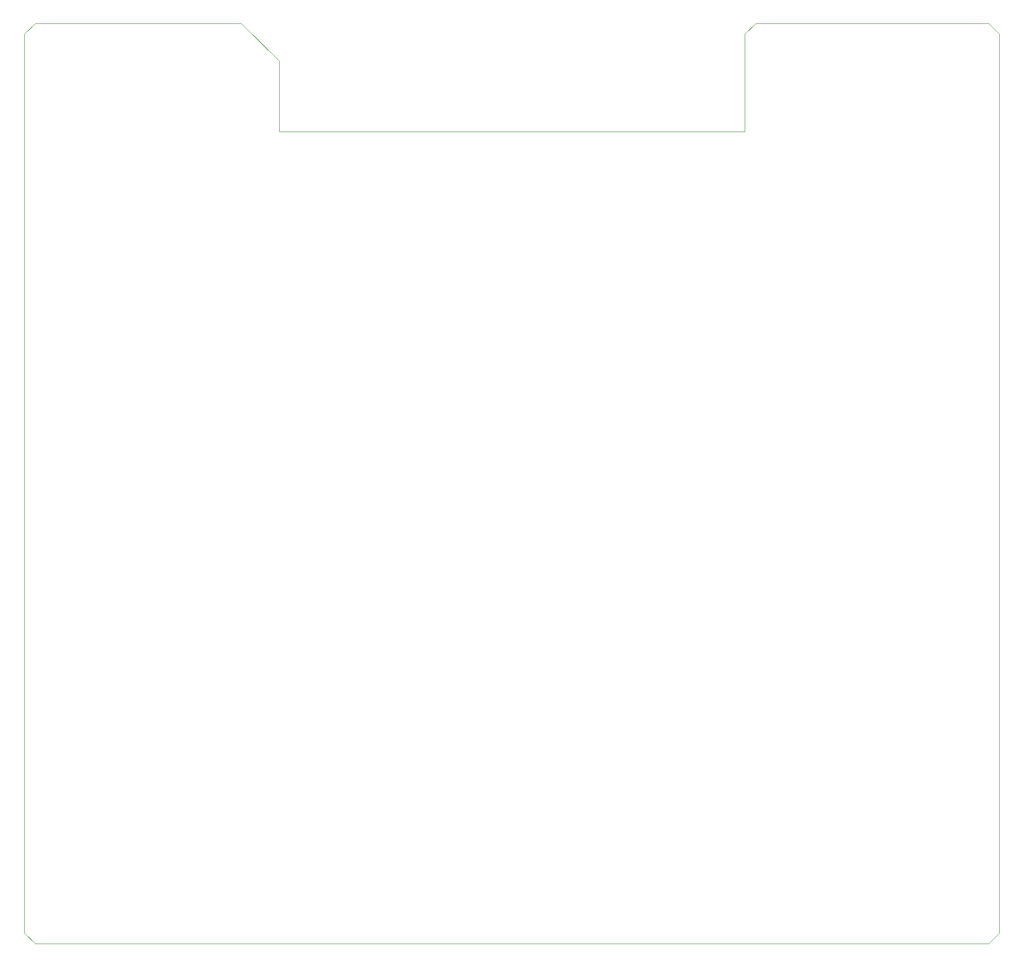
<source format=gm1>
G04 #@! TF.GenerationSoftware,KiCad,Pcbnew,8.0.4+1*
G04 #@! TF.CreationDate,2024-10-19T19:49:52+00:00*
G04 #@! TF.ProjectId,hw-openmower-yardforce,68772d6f-7065-46e6-9d6f-7765722d7961,rev?*
G04 #@! TF.SameCoordinates,Original*
G04 #@! TF.FileFunction,Profile,NP*
%FSLAX46Y46*%
G04 Gerber Fmt 4.6, Leading zero omitted, Abs format (unit mm)*
G04 Created by KiCad (PCBNEW 8.0.4+1) date 2024-10-19 19:49:52*
%MOMM*%
%LPD*%
G01*
G04 APERTURE LIST*
G04 #@! TA.AperFunction,Profile*
%ADD10C,0.050000*%
G04 #@! TD*
G04 APERTURE END LIST*
D10*
X198650000Y-189065000D02*
X200650000Y-187065000D01*
X200650000Y-187065000D02*
X200650000Y-177065000D01*
X198650000Y-19065000D02*
X155650000Y-19065000D01*
X198650000Y-189065000D02*
X22650000Y-189065000D01*
X67650000Y-39065000D02*
X67650000Y-26065000D01*
X153650000Y-39065000D02*
X67650000Y-39065000D01*
X153650000Y-21065000D02*
X153650000Y-39065000D01*
X20650000Y-21065000D02*
X22650000Y-19065000D01*
X20650000Y-187065000D02*
X22650000Y-189065000D01*
X198650000Y-19065000D02*
X200650000Y-21065000D01*
X20650000Y-187065000D02*
X20650000Y-21065000D01*
X22650000Y-19065000D02*
X60650000Y-19065000D01*
X60650000Y-19065000D02*
X67650000Y-26065000D01*
X200650000Y-177065000D02*
X200650000Y-21065000D01*
X155650000Y-19065000D02*
X153650000Y-21065000D01*
M02*

</source>
